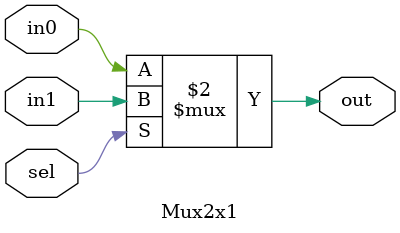
<source format=v>
module Mux2x1(input in0,in1,sel, output out);
assign out = (sel==1)? in1:in0;
endmodule
</source>
